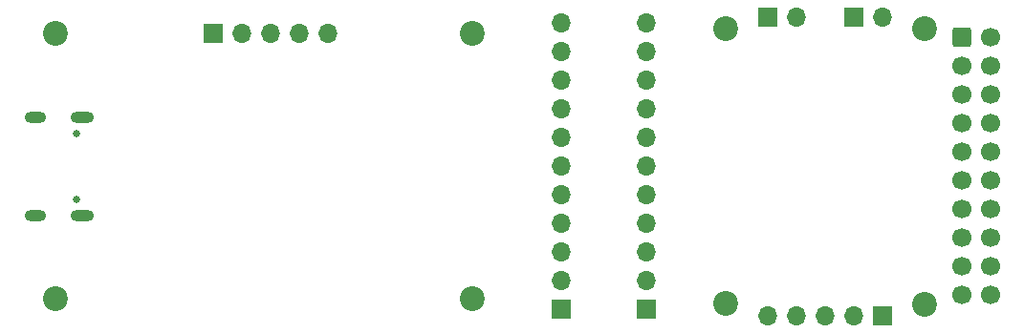
<source format=gbs>
%TF.GenerationSoftware,KiCad,Pcbnew,8.0.6*%
%TF.CreationDate,2024-10-23T17:22:21+08:00*%
%TF.ProjectId,UINIO-DAPLink,55494e49-4f2d-4444-9150-4c696e6b2e6b,Version 5.0.0*%
%TF.SameCoordinates,PX6192070PY5393438*%
%TF.FileFunction,Soldermask,Bot*%
%TF.FilePolarity,Negative*%
%FSLAX46Y46*%
G04 Gerber Fmt 4.6, Leading zero omitted, Abs format (unit mm)*
G04 Created by KiCad (PCBNEW 8.0.6) date 2024-10-23 17:22:21*
%MOMM*%
%LPD*%
G01*
G04 APERTURE LIST*
G04 Aperture macros list*
%AMRoundRect*
0 Rectangle with rounded corners*
0 $1 Rounding radius*
0 $2 $3 $4 $5 $6 $7 $8 $9 X,Y pos of 4 corners*
0 Add a 4 corners polygon primitive as box body*
4,1,4,$2,$3,$4,$5,$6,$7,$8,$9,$2,$3,0*
0 Add four circle primitives for the rounded corners*
1,1,$1+$1,$2,$3*
1,1,$1+$1,$4,$5*
1,1,$1+$1,$6,$7*
1,1,$1+$1,$8,$9*
0 Add four rect primitives between the rounded corners*
20,1,$1+$1,$2,$3,$4,$5,0*
20,1,$1+$1,$4,$5,$6,$7,0*
20,1,$1+$1,$6,$7,$8,$9,0*
20,1,$1+$1,$8,$9,$2,$3,0*%
G04 Aperture macros list end*
%ADD10R,1.700000X1.700000*%
%ADD11O,1.700000X1.700000*%
%ADD12C,2.200000*%
%ADD13RoundRect,0.250000X-0.600000X-0.600000X0.600000X-0.600000X0.600000X0.600000X-0.600000X0.600000X0*%
%ADD14C,1.700000*%
%ADD15C,0.650000*%
%ADD16O,2.100000X1.000000*%
%ADD17O,1.900000X1.000000*%
G04 APERTURE END LIST*
D10*
%TO.C,J6*%
X14480000Y-3190000D03*
D11*
X17020000Y-3190000D03*
X19560000Y-3190000D03*
X22100000Y-3190000D03*
X24640000Y-3190000D03*
%TD*%
D10*
%TO.C,J7*%
X45225000Y-27675000D03*
D11*
X45225000Y-25135000D03*
X45225000Y-22595000D03*
X45225000Y-20055000D03*
X45225000Y-17515000D03*
X45225000Y-14975000D03*
X45225000Y-12435000D03*
X45225000Y-9895000D03*
X45225000Y-7355000D03*
X45225000Y-4815000D03*
X45225000Y-2275000D03*
%TD*%
D12*
%TO.C,HOLE\u002A\u002A*%
X440000Y-3215000D03*
%TD*%
%TO.C,HOLE\u002A\u002A*%
X59790000Y-2765000D03*
%TD*%
D13*
%TO.C,J2*%
X80703500Y-3570000D03*
D14*
X83243500Y-3570000D03*
X80703500Y-6110000D03*
X83243500Y-6110000D03*
X80703500Y-8650000D03*
X83243500Y-8650000D03*
X80703500Y-11190000D03*
X83243500Y-11190000D03*
X80703500Y-13730000D03*
X83243500Y-13730000D03*
X80703500Y-16270000D03*
X83243500Y-16270000D03*
X80703500Y-18810000D03*
X83243500Y-18810000D03*
X80703500Y-21350000D03*
X83243500Y-21350000D03*
X80703500Y-23890000D03*
X83243500Y-23890000D03*
X80703500Y-26430000D03*
X83243500Y-26430000D03*
%TD*%
D12*
%TO.C,HOLE\u002A\u002A*%
X77480000Y-27200000D03*
%TD*%
%TO.C,HOLE\u002A\u002A*%
X59790000Y-27165000D03*
%TD*%
%TO.C,HOLE\u002A\u002A*%
X440000Y-26715000D03*
%TD*%
%TO.C,HOLE\u002A\u002A*%
X37385000Y-3215000D03*
%TD*%
D10*
%TO.C,J4*%
X71160000Y-1775000D03*
D11*
X73700000Y-1775000D03*
%TD*%
D15*
%TO.C,USB1*%
X2377000Y-12110000D03*
X2377000Y-17890000D03*
D16*
X2877000Y-10675000D03*
X2877000Y-19325000D03*
D17*
X-1323000Y-10675000D03*
X-1323000Y-19325000D03*
%TD*%
D10*
%TO.C,J1*%
X73710000Y-28225000D03*
D11*
X71170000Y-28225000D03*
X68630000Y-28225000D03*
X66090000Y-28225000D03*
X63550000Y-28225000D03*
%TD*%
D10*
%TO.C,J5*%
X52825000Y-27675000D03*
D11*
X52825000Y-25135000D03*
X52825000Y-22595000D03*
X52825000Y-20055000D03*
X52825000Y-17515000D03*
X52825000Y-14975000D03*
X52825000Y-12435000D03*
X52825000Y-9895000D03*
X52825000Y-7355000D03*
X52825000Y-4815000D03*
X52825000Y-2275000D03*
%TD*%
D12*
%TO.C,HOLE\u002A\u002A*%
X37385000Y-26715000D03*
%TD*%
%TO.C,HOLE\u002A\u002A*%
X77480000Y-2800000D03*
%TD*%
D10*
%TO.C,J3*%
X63560000Y-1775000D03*
D11*
X66100000Y-1775000D03*
%TD*%
M02*

</source>
